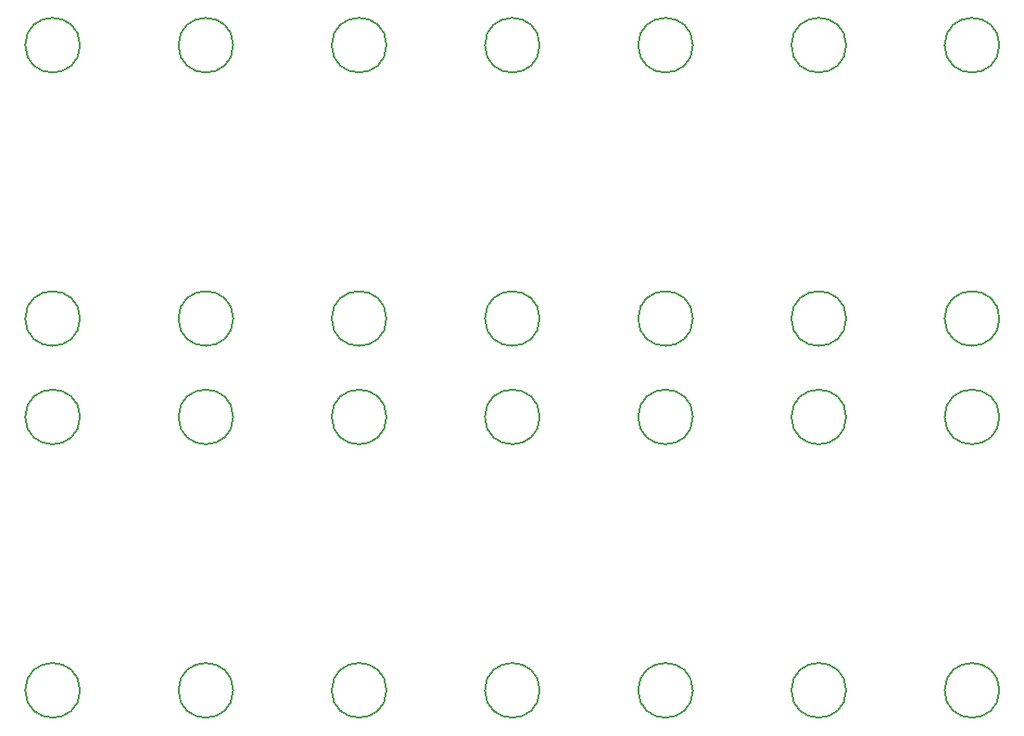
<source format=gbr>
%TF.GenerationSoftware,KiCad,Pcbnew,8.0.2*%
%TF.CreationDate,2024-06-26T22:57:20+07:00*%
%TF.ProjectId,Capacitor_Electrolyte_1000uF_25V_Panel,43617061-6369-4746-9f72-5f456c656374,rev?*%
%TF.SameCoordinates,Original*%
%TF.FileFunction,Other,Comment*%
%FSLAX46Y46*%
G04 Gerber Fmt 4.6, Leading zero omitted, Abs format (unit mm)*
G04 Created by KiCad (PCBNEW 8.0.2) date 2024-06-26 22:57:20*
%MOMM*%
%LPD*%
G01*
G04 APERTURE LIST*
%ADD10C,0.150000*%
G04 APERTURE END LIST*
D10*
%TO.C,J1*%
X22500000Y-11500500D02*
G75*
G02*
X17500000Y-11500500I-2500000J0D01*
G01*
X17500000Y-11500500D02*
G75*
G02*
X22500000Y-11500500I2500000J0D01*
G01*
%TO.C,J2*%
X36500000Y-70500500D02*
G75*
G02*
X31500000Y-70500500I-2500000J0D01*
G01*
X31500000Y-70500500D02*
G75*
G02*
X36500000Y-70500500I2500000J0D01*
G01*
X22500000Y-36500500D02*
G75*
G02*
X17500000Y-36500500I-2500000J0D01*
G01*
X17500000Y-36500500D02*
G75*
G02*
X22500000Y-36500500I2500000J0D01*
G01*
%TO.C,J1*%
X78500000Y-45500500D02*
G75*
G02*
X73500000Y-45500500I-2500000J0D01*
G01*
X73500000Y-45500500D02*
G75*
G02*
X78500000Y-45500500I2500000J0D01*
G01*
X22500000Y-45500500D02*
G75*
G02*
X17500000Y-45500500I-2500000J0D01*
G01*
X17500000Y-45500500D02*
G75*
G02*
X22500000Y-45500500I2500000J0D01*
G01*
%TO.C,J2*%
X50500000Y-36500500D02*
G75*
G02*
X45500000Y-36500500I-2500000J0D01*
G01*
X45500000Y-36500500D02*
G75*
G02*
X50500000Y-36500500I2500000J0D01*
G01*
%TO.C,J1*%
X8500000Y-11500500D02*
G75*
G02*
X3500000Y-11500500I-2500000J0D01*
G01*
X3500000Y-11500500D02*
G75*
G02*
X8500000Y-11500500I2500000J0D01*
G01*
X50500000Y-11500500D02*
G75*
G02*
X45500000Y-11500500I-2500000J0D01*
G01*
X45500000Y-11500500D02*
G75*
G02*
X50500000Y-11500500I2500000J0D01*
G01*
X78500000Y-11500500D02*
G75*
G02*
X73500000Y-11500500I-2500000J0D01*
G01*
X73500000Y-11500500D02*
G75*
G02*
X78500000Y-11500500I2500000J0D01*
G01*
%TO.C,J2*%
X8500000Y-70500500D02*
G75*
G02*
X3500000Y-70500500I-2500000J0D01*
G01*
X3500000Y-70500500D02*
G75*
G02*
X8500000Y-70500500I2500000J0D01*
G01*
%TO.C,J1*%
X64500000Y-11500500D02*
G75*
G02*
X59500000Y-11500500I-2500000J0D01*
G01*
X59500000Y-11500500D02*
G75*
G02*
X64500000Y-11500500I2500000J0D01*
G01*
%TO.C,J2*%
X64500000Y-36500500D02*
G75*
G02*
X59500000Y-36500500I-2500000J0D01*
G01*
X59500000Y-36500500D02*
G75*
G02*
X64500000Y-36500500I2500000J0D01*
G01*
%TO.C,J1*%
X92500000Y-11500500D02*
G75*
G02*
X87500000Y-11500500I-2500000J0D01*
G01*
X87500000Y-11500500D02*
G75*
G02*
X92500000Y-11500500I2500000J0D01*
G01*
X50500000Y-45500500D02*
G75*
G02*
X45500000Y-45500500I-2500000J0D01*
G01*
X45500000Y-45500500D02*
G75*
G02*
X50500000Y-45500500I2500000J0D01*
G01*
%TO.C,J2*%
X92500000Y-70500500D02*
G75*
G02*
X87500000Y-70500500I-2500000J0D01*
G01*
X87500000Y-70500500D02*
G75*
G02*
X92500000Y-70500500I2500000J0D01*
G01*
%TO.C,J1*%
X36500000Y-11500500D02*
G75*
G02*
X31500000Y-11500500I-2500000J0D01*
G01*
X31500000Y-11500500D02*
G75*
G02*
X36500000Y-11500500I2500000J0D01*
G01*
X64500000Y-45500500D02*
G75*
G02*
X59500000Y-45500500I-2500000J0D01*
G01*
X59500000Y-45500500D02*
G75*
G02*
X64500000Y-45500500I2500000J0D01*
G01*
X92500000Y-45500500D02*
G75*
G02*
X87500000Y-45500500I-2500000J0D01*
G01*
X87500000Y-45500500D02*
G75*
G02*
X92500000Y-45500500I2500000J0D01*
G01*
%TO.C,J2*%
X64500000Y-70500500D02*
G75*
G02*
X59500000Y-70500500I-2500000J0D01*
G01*
X59500000Y-70500500D02*
G75*
G02*
X64500000Y-70500500I2500000J0D01*
G01*
X92500000Y-36500500D02*
G75*
G02*
X87500000Y-36500500I-2500000J0D01*
G01*
X87500000Y-36500500D02*
G75*
G02*
X92500000Y-36500500I2500000J0D01*
G01*
X50500000Y-70500500D02*
G75*
G02*
X45500000Y-70500500I-2500000J0D01*
G01*
X45500000Y-70500500D02*
G75*
G02*
X50500000Y-70500500I2500000J0D01*
G01*
X22500000Y-70500500D02*
G75*
G02*
X17500000Y-70500500I-2500000J0D01*
G01*
X17500000Y-70500500D02*
G75*
G02*
X22500000Y-70500500I2500000J0D01*
G01*
X8500000Y-36500500D02*
G75*
G02*
X3500000Y-36500500I-2500000J0D01*
G01*
X3500000Y-36500500D02*
G75*
G02*
X8500000Y-36500500I2500000J0D01*
G01*
X78500000Y-70500500D02*
G75*
G02*
X73500000Y-70500500I-2500000J0D01*
G01*
X73500000Y-70500500D02*
G75*
G02*
X78500000Y-70500500I2500000J0D01*
G01*
%TO.C,J1*%
X8500000Y-45500500D02*
G75*
G02*
X3500000Y-45500500I-2500000J0D01*
G01*
X3500000Y-45500500D02*
G75*
G02*
X8500000Y-45500500I2500000J0D01*
G01*
X36500000Y-45500500D02*
G75*
G02*
X31500000Y-45500500I-2500000J0D01*
G01*
X31500000Y-45500500D02*
G75*
G02*
X36500000Y-45500500I2500000J0D01*
G01*
%TO.C,J2*%
X78500000Y-36500500D02*
G75*
G02*
X73500000Y-36500500I-2500000J0D01*
G01*
X73500000Y-36500500D02*
G75*
G02*
X78500000Y-36500500I2500000J0D01*
G01*
X36500000Y-36500500D02*
G75*
G02*
X31500000Y-36500500I-2500000J0D01*
G01*
X31500000Y-36500500D02*
G75*
G02*
X36500000Y-36500500I2500000J0D01*
G01*
%TD*%
M02*

</source>
